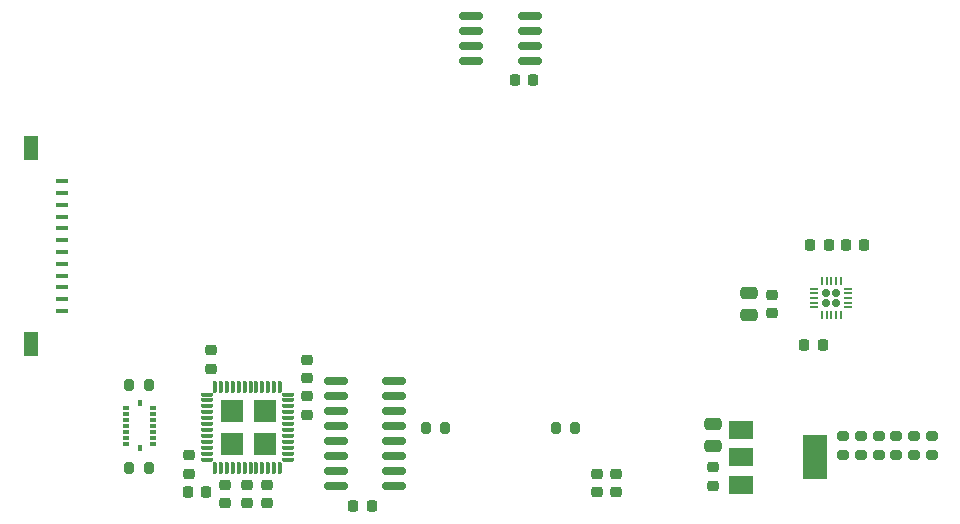
<source format=gbr>
%TF.GenerationSoftware,KiCad,Pcbnew,(6.0.5)*%
%TF.CreationDate,2023-11-29T10:13:34+07:00*%
%TF.ProjectId,view_base,76696577-5f62-4617-9365-2e6b69636164,rev?*%
%TF.SameCoordinates,Original*%
%TF.FileFunction,Paste,Top*%
%TF.FilePolarity,Positive*%
%FSLAX46Y46*%
G04 Gerber Fmt 4.6, Leading zero omitted, Abs format (unit mm)*
G04 Created by KiCad (PCBNEW (6.0.5)) date 2023-11-29 10:13:34*
%MOMM*%
%LPD*%
G01*
G04 APERTURE LIST*
G04 Aperture macros list*
%AMRoundRect*
0 Rectangle with rounded corners*
0 $1 Rounding radius*
0 $2 $3 $4 $5 $6 $7 $8 $9 X,Y pos of 4 corners*
0 Add a 4 corners polygon primitive as box body*
4,1,4,$2,$3,$4,$5,$6,$7,$8,$9,$2,$3,0*
0 Add four circle primitives for the rounded corners*
1,1,$1+$1,$2,$3*
1,1,$1+$1,$4,$5*
1,1,$1+$1,$6,$7*
1,1,$1+$1,$8,$9*
0 Add four rect primitives between the rounded corners*
20,1,$1+$1,$2,$3,$4,$5,0*
20,1,$1+$1,$4,$5,$6,$7,0*
20,1,$1+$1,$6,$7,$8,$9,0*
20,1,$1+$1,$8,$9,$2,$3,0*%
G04 Aperture macros list end*
%ADD10C,0.010000*%
%ADD11RoundRect,0.200000X0.200000X0.275000X-0.200000X0.275000X-0.200000X-0.275000X0.200000X-0.275000X0*%
%ADD12RoundRect,0.200000X-0.200000X-0.275000X0.200000X-0.275000X0.200000X0.275000X-0.200000X0.275000X0*%
%ADD13RoundRect,0.008100X0.126900X-0.426900X0.126900X0.426900X-0.126900X0.426900X-0.126900X-0.426900X0*%
%ADD14RoundRect,0.008100X0.426900X0.126900X-0.426900X0.126900X-0.426900X-0.126900X0.426900X-0.126900X0*%
%ADD15RoundRect,0.225000X-0.225000X-0.250000X0.225000X-0.250000X0.225000X0.250000X-0.225000X0.250000X0*%
%ADD16RoundRect,0.250000X-0.475000X0.250000X-0.475000X-0.250000X0.475000X-0.250000X0.475000X0.250000X0*%
%ADD17RoundRect,0.225000X-0.250000X0.225000X-0.250000X-0.225000X0.250000X-0.225000X0.250000X0.225000X0*%
%ADD18R,2.000000X1.500000*%
%ADD19R,2.000000X3.800000*%
%ADD20RoundRect,0.150000X0.825000X0.150000X-0.825000X0.150000X-0.825000X-0.150000X0.825000X-0.150000X0*%
%ADD21RoundRect,0.150000X0.150000X-0.150000X0.150000X0.150000X-0.150000X0.150000X-0.150000X-0.150000X0*%
%ADD22RoundRect,0.050000X0.050000X-0.300000X0.050000X0.300000X-0.050000X0.300000X-0.050000X-0.300000X0*%
%ADD23RoundRect,0.050000X0.300000X-0.050000X0.300000X0.050000X-0.300000X0.050000X-0.300000X-0.050000X0*%
%ADD24RoundRect,0.225000X0.225000X0.250000X-0.225000X0.250000X-0.225000X-0.250000X0.225000X-0.250000X0*%
%ADD25RoundRect,0.200000X-0.275000X0.200000X-0.275000X-0.200000X0.275000X-0.200000X0.275000X0.200000X0*%
%ADD26RoundRect,0.225000X0.250000X-0.225000X0.250000X0.225000X-0.250000X0.225000X-0.250000X-0.225000X0*%
%ADD27R,0.590000X0.350000*%
%ADD28R,0.350000X0.590000*%
%ADD29R,1.000000X0.400000*%
%ADD30R,1.300000X2.000000*%
G04 APERTURE END LIST*
%TO.C,U2*%
G36*
X80865000Y-135215000D02*
G01*
X79085000Y-135215000D01*
X79085000Y-133435000D01*
X80865000Y-133435000D01*
X80865000Y-135215000D01*
G37*
D10*
X80865000Y-135215000D02*
X79085000Y-135215000D01*
X79085000Y-133435000D01*
X80865000Y-133435000D01*
X80865000Y-135215000D01*
G36*
X78065000Y-135215000D02*
G01*
X76285000Y-135215000D01*
X76285000Y-133435000D01*
X78065000Y-133435000D01*
X78065000Y-135215000D01*
G37*
X78065000Y-135215000D02*
X76285000Y-135215000D01*
X76285000Y-133435000D01*
X78065000Y-133435000D01*
X78065000Y-135215000D01*
G36*
X78065000Y-132415000D02*
G01*
X76285000Y-132415000D01*
X76285000Y-130635000D01*
X78065000Y-130635000D01*
X78065000Y-132415000D01*
G37*
X78065000Y-132415000D02*
X76285000Y-132415000D01*
X76285000Y-130635000D01*
X78065000Y-130635000D01*
X78065000Y-132415000D01*
G36*
X80865000Y-132415000D02*
G01*
X79085000Y-132415000D01*
X79085000Y-130635000D01*
X80865000Y-130635000D01*
X80865000Y-132415000D01*
G37*
X80865000Y-132415000D02*
X79085000Y-132415000D01*
X79085000Y-130635000D01*
X80865000Y-130635000D01*
X80865000Y-132415000D01*
%TD*%
D11*
%TO.C,R1*%
X95325000Y-133000000D03*
X93675000Y-133000000D03*
%TD*%
D12*
%TO.C,R2*%
X104675000Y-133000000D03*
X106325000Y-133000000D03*
%TD*%
D13*
%TO.C,U2*%
X75825000Y-136355000D03*
X76325000Y-136355000D03*
X76825000Y-136355000D03*
X77325000Y-136355000D03*
X77825000Y-136355000D03*
X78325000Y-136355000D03*
X78825000Y-136355000D03*
X79325000Y-136355000D03*
X79825000Y-136355000D03*
X80325000Y-136355000D03*
X80825000Y-136355000D03*
X81325000Y-136355000D03*
D14*
X82005000Y-135675000D03*
X82005000Y-135175000D03*
X82005000Y-134675000D03*
X82005000Y-134175000D03*
X82005000Y-133675000D03*
X82005000Y-133175000D03*
X82005000Y-132675000D03*
X82005000Y-132175000D03*
X82005000Y-131675000D03*
X82005000Y-131175000D03*
X82005000Y-130675000D03*
X82005000Y-130175000D03*
D13*
X81325000Y-129495000D03*
X80825000Y-129495000D03*
X80325000Y-129495000D03*
X79825000Y-129495000D03*
X79325000Y-129495000D03*
X78825000Y-129495000D03*
X78325000Y-129495000D03*
X77825000Y-129495000D03*
X77325000Y-129495000D03*
X76825000Y-129495000D03*
X76325000Y-129495000D03*
X75825000Y-129495000D03*
D14*
X75145000Y-130175000D03*
X75145000Y-130675000D03*
X75145000Y-131175000D03*
X75145000Y-131675000D03*
X75145000Y-132175000D03*
X75145000Y-132675000D03*
X75145000Y-133175000D03*
X75145000Y-133675000D03*
X75145000Y-134175000D03*
X75145000Y-134675000D03*
X75145000Y-135175000D03*
X75145000Y-135675000D03*
%TD*%
D15*
%TO.C,C11*%
X87525000Y-139600000D03*
X89075000Y-139600000D03*
%TD*%
D16*
%TO.C,C13*%
X121000000Y-121550000D03*
X121000000Y-123450000D03*
%TD*%
D17*
%TO.C,C14*%
X123000000Y-121725000D03*
X123000000Y-123275000D03*
%TD*%
D15*
%TO.C,C15*%
X125725000Y-126000000D03*
X127275000Y-126000000D03*
%TD*%
%TO.C,C17*%
X129225000Y-117500000D03*
X130775000Y-117500000D03*
%TD*%
D18*
%TO.C,U6*%
X120350000Y-133200000D03*
D19*
X126650000Y-135500000D03*
D18*
X120350000Y-135500000D03*
X120350000Y-137800000D03*
%TD*%
D20*
%TO.C,U3*%
X90975000Y-137945000D03*
X90975000Y-136675000D03*
X90975000Y-135405000D03*
X90975000Y-134135000D03*
X90975000Y-132865000D03*
X90975000Y-131595000D03*
X90975000Y-130325000D03*
X90975000Y-129055000D03*
X86025000Y-129055000D03*
X86025000Y-130325000D03*
X86025000Y-131595000D03*
X86025000Y-132865000D03*
X86025000Y-134135000D03*
X86025000Y-135405000D03*
X86025000Y-136675000D03*
X86025000Y-137945000D03*
%TD*%
D21*
%TO.C,U5*%
X128410000Y-121590000D03*
X127590000Y-121590000D03*
X128410000Y-122410000D03*
X127590000Y-122410000D03*
D22*
X127200000Y-123450000D03*
X127600000Y-123450000D03*
X128000000Y-123450000D03*
X128400000Y-123450000D03*
X128800000Y-123450000D03*
D23*
X129450000Y-122800000D03*
X129450000Y-122400000D03*
X129450000Y-122000000D03*
X129450000Y-121600000D03*
X129450000Y-121200000D03*
D22*
X128800000Y-120550000D03*
X128400000Y-120550000D03*
X128000000Y-120550000D03*
X127600000Y-120550000D03*
X127200000Y-120550000D03*
D23*
X126550000Y-121200000D03*
X126550000Y-121600000D03*
X126550000Y-122000000D03*
X126550000Y-122400000D03*
X126550000Y-122800000D03*
%TD*%
D24*
%TO.C,C21*%
X127775000Y-117500000D03*
X126225000Y-117500000D03*
%TD*%
D20*
%TO.C,U1*%
X102475000Y-101905000D03*
X102475000Y-100635000D03*
X102475000Y-99365000D03*
X102475000Y-98095000D03*
X97525000Y-98095000D03*
X97525000Y-99365000D03*
X97525000Y-100635000D03*
X97525000Y-101905000D03*
%TD*%
D24*
%TO.C,C20*%
X102775000Y-103500000D03*
X101225000Y-103500000D03*
%TD*%
D25*
%TO.C,R7*%
X129000000Y-133675000D03*
X129000000Y-135325000D03*
%TD*%
%TO.C,R8*%
X130500000Y-133675000D03*
X130500000Y-135325000D03*
%TD*%
%TO.C,R12*%
X136500000Y-133675000D03*
X136500000Y-135325000D03*
%TD*%
%TO.C,R9*%
X132000000Y-133675000D03*
X132000000Y-135325000D03*
%TD*%
%TO.C,R10*%
X133500000Y-133675000D03*
X133500000Y-135325000D03*
%TD*%
%TO.C,R11*%
X135000000Y-133675000D03*
X135000000Y-135325000D03*
%TD*%
D16*
%TO.C,C10*%
X118000000Y-132650000D03*
X118000000Y-134550000D03*
%TD*%
D26*
%TO.C,C9*%
X118000000Y-137875000D03*
X118000000Y-136325000D03*
%TD*%
D11*
%TO.C,R3*%
X70222500Y-136425000D03*
X68572500Y-136425000D03*
%TD*%
D26*
%TO.C,C1*%
X73600000Y-136875000D03*
X73600000Y-135325000D03*
%TD*%
D24*
%TO.C,C4*%
X75075000Y-138400000D03*
X73525000Y-138400000D03*
%TD*%
D26*
%TO.C,C2*%
X75500000Y-127975000D03*
X75500000Y-126425000D03*
%TD*%
%TO.C,C12*%
X78500000Y-139375000D03*
X78500000Y-137825000D03*
%TD*%
D17*
%TO.C,C5*%
X109800000Y-136900000D03*
X109800000Y-138450000D03*
%TD*%
D11*
%TO.C,R4*%
X70222500Y-129325000D03*
X68572500Y-129325000D03*
%TD*%
D26*
%TO.C,C16*%
X83600000Y-131875000D03*
X83600000Y-130325000D03*
%TD*%
D17*
%TO.C,C8*%
X76700000Y-137825000D03*
X76700000Y-139375000D03*
%TD*%
D26*
%TO.C,C3*%
X108200000Y-138450000D03*
X108200000Y-136900000D03*
%TD*%
D17*
%TO.C,C7*%
X83600000Y-127225000D03*
X83600000Y-128775000D03*
%TD*%
D27*
%TO.C,U4*%
X70600000Y-131325000D03*
X70600000Y-131825000D03*
X70600000Y-132325000D03*
X70600000Y-132825000D03*
X70600000Y-133325000D03*
X70600000Y-133825000D03*
X70600000Y-134325000D03*
D28*
X69435000Y-134740000D03*
D27*
X68270000Y-134325000D03*
X68270000Y-133825000D03*
X68270000Y-133325000D03*
X68270000Y-132825000D03*
X68270000Y-132325000D03*
X68270000Y-131825000D03*
X68270000Y-131325000D03*
D28*
X69435000Y-130910000D03*
%TD*%
D29*
%TO.C,J7*%
X62900000Y-112100000D03*
X62900000Y-113100000D03*
X62900000Y-114100000D03*
X62900000Y-115100000D03*
X62900000Y-116100000D03*
X62900000Y-117100000D03*
X62900000Y-118100000D03*
X62900000Y-119100000D03*
X62900000Y-120100000D03*
X62900000Y-121100000D03*
X62900000Y-122100000D03*
X62900000Y-123100000D03*
D30*
X60200000Y-125900000D03*
X60200000Y-109300000D03*
%TD*%
D17*
%TO.C,C6*%
X80200000Y-137825000D03*
X80200000Y-139375000D03*
%TD*%
M02*

</source>
